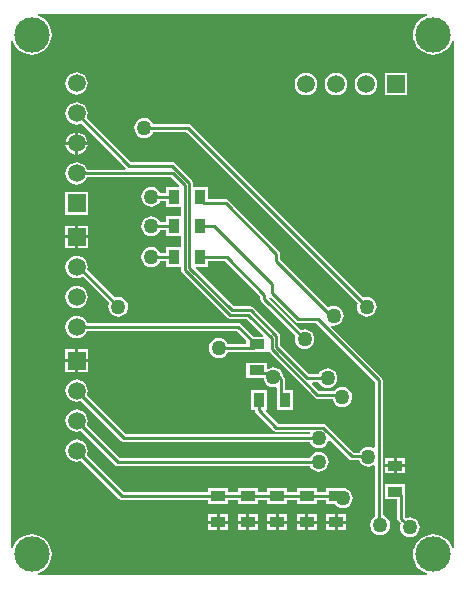
<source format=gbl>
G04*
G04 #@! TF.GenerationSoftware,Altium Limited,Altium Designer,22.7.1 (60)*
G04*
G04 Layer_Physical_Order=2*
G04 Layer_Color=16711680*
%FSAX44Y44*%
%MOMM*%
G71*
G04*
G04 #@! TF.SameCoordinates,EF1B45EE-5991-4E0F-B012-367B3C428A9F*
G04*
G04*
G04 #@! TF.FilePolarity,Positive*
G04*
G01*
G75*
%ADD12C,0.2540*%
%ADD43R,1.3000X0.9000*%
%ADD46C,1.5000*%
%ADD47R,1.5000X1.5000*%
%ADD48R,1.5000X1.5000*%
%ADD49C,1.2700*%
%ADD50C,3.0000*%
%ADD51R,0.9000X1.3000*%
G36*
X01154779Y01026181D02*
X01153463Y01025782D01*
X01150510Y01024203D01*
X01147921Y01022079D01*
X01145797Y01019490D01*
X01144218Y01016537D01*
X01143246Y01013333D01*
X01142918Y01010000D01*
X01143246Y01006667D01*
X01144218Y01003463D01*
X01145797Y01000510D01*
X01147921Y00997921D01*
X01150510Y00995797D01*
X01153463Y00994218D01*
X01156667Y00993246D01*
X01160000Y00992918D01*
X01163333Y00993246D01*
X01166537Y00994218D01*
X01169490Y00995797D01*
X01172079Y00997921D01*
X01174203Y01000510D01*
X01175782Y01003463D01*
X01176181Y01004779D01*
X01177451Y01004591D01*
Y00575409D01*
X01176181Y00575221D01*
X01175782Y00576537D01*
X01174203Y00579490D01*
X01172079Y00582079D01*
X01169490Y00584203D01*
X01166537Y00585782D01*
X01163333Y00586754D01*
X01160000Y00587082D01*
X01156667Y00586754D01*
X01153463Y00585782D01*
X01150510Y00584203D01*
X01147921Y00582079D01*
X01145797Y00579490D01*
X01144218Y00576537D01*
X01143246Y00573333D01*
X01142918Y00570000D01*
X01143246Y00566667D01*
X01144218Y00563463D01*
X01145797Y00560510D01*
X01147921Y00557921D01*
X01150510Y00555797D01*
X01153463Y00554218D01*
X01154779Y00553819D01*
X01154591Y00552549D01*
X00825409D01*
X00825221Y00553819D01*
X00826537Y00554218D01*
X00829490Y00555797D01*
X00832079Y00557921D01*
X00834203Y00560510D01*
X00835782Y00563463D01*
X00836754Y00566667D01*
X00837082Y00570000D01*
X00836754Y00573333D01*
X00835782Y00576537D01*
X00834203Y00579490D01*
X00832079Y00582079D01*
X00829490Y00584203D01*
X00826537Y00585782D01*
X00823333Y00586754D01*
X00820000Y00587082D01*
X00816667Y00586754D01*
X00813463Y00585782D01*
X00810510Y00584203D01*
X00807921Y00582079D01*
X00805797Y00579490D01*
X00804218Y00576537D01*
X00803819Y00575221D01*
X00802549Y00575409D01*
Y01004591D01*
X00803819Y01004779D01*
X00804218Y01003463D01*
X00805797Y01000510D01*
X00807921Y00997921D01*
X00810510Y00995797D01*
X00813463Y00994218D01*
X00816667Y00993246D01*
X00820000Y00992918D01*
X00823333Y00993246D01*
X00826537Y00994218D01*
X00829490Y00995797D01*
X00832079Y00997921D01*
X00834203Y01000510D01*
X00835782Y01003463D01*
X00836754Y01006667D01*
X00837082Y01010000D01*
X00836754Y01013333D01*
X00835782Y01016537D01*
X00834203Y01019490D01*
X00832079Y01022079D01*
X00829490Y01024203D01*
X00826537Y01025782D01*
X00825221Y01026181D01*
X00825409Y01027451D01*
X01154591D01*
X01154779Y01026181D01*
D02*
G37*
%LPC*%
G36*
X00857960Y00978282D02*
X00855480Y00977955D01*
X00853169Y00976998D01*
X00851185Y00975475D01*
X00849662Y00973491D01*
X00848705Y00971180D01*
X00848378Y00968700D01*
X00848705Y00966220D01*
X00849662Y00963909D01*
X00851185Y00961925D01*
X00853169Y00960402D01*
X00855480Y00959445D01*
X00857960Y00959118D01*
X00860440Y00959445D01*
X00862751Y00960402D01*
X00864735Y00961925D01*
X00866258Y00963909D01*
X00867215Y00966220D01*
X00867542Y00968700D01*
X00867215Y00971180D01*
X00866258Y00973491D01*
X00864735Y00975475D01*
X00862751Y00976998D01*
X00860440Y00977955D01*
X00857960Y00978282D01*
D02*
G37*
G36*
X01137860Y00977800D02*
X01118860D01*
Y00958800D01*
X01137860D01*
Y00977800D01*
D02*
G37*
G36*
X01102960Y00977882D02*
X01100480Y00977555D01*
X01098169Y00976598D01*
X01096184Y00975076D01*
X01094662Y00973091D01*
X01093705Y00970780D01*
X01093378Y00968300D01*
X01093705Y00965820D01*
X01094662Y00963509D01*
X01096184Y00961525D01*
X01098169Y00960002D01*
X01100480Y00959045D01*
X01102960Y00958718D01*
X01105440Y00959045D01*
X01107751Y00960002D01*
X01109735Y00961525D01*
X01111258Y00963509D01*
X01112215Y00965820D01*
X01112542Y00968300D01*
X01112215Y00970780D01*
X01111258Y00973091D01*
X01109735Y00975076D01*
X01107751Y00976598D01*
X01105440Y00977555D01*
X01102960Y00977882D01*
D02*
G37*
G36*
X01077560D02*
X01075080Y00977555D01*
X01072769Y00976598D01*
X01070785Y00975076D01*
X01069262Y00973091D01*
X01068305Y00970780D01*
X01067978Y00968300D01*
X01068305Y00965820D01*
X01069262Y00963509D01*
X01070785Y00961525D01*
X01072769Y00960002D01*
X01075080Y00959045D01*
X01077560Y00958718D01*
X01080040Y00959045D01*
X01082351Y00960002D01*
X01084335Y00961525D01*
X01085858Y00963509D01*
X01086815Y00965820D01*
X01087142Y00968300D01*
X01086815Y00970780D01*
X01085858Y00973091D01*
X01084335Y00975076D01*
X01082351Y00976598D01*
X01080040Y00977555D01*
X01077560Y00977882D01*
D02*
G37*
G36*
X01052160D02*
X01049680Y00977555D01*
X01047369Y00976598D01*
X01045385Y00975076D01*
X01043862Y00973091D01*
X01042905Y00970780D01*
X01042578Y00968300D01*
X01042905Y00965820D01*
X01043862Y00963509D01*
X01045385Y00961525D01*
X01047369Y00960002D01*
X01049680Y00959045D01*
X01052160Y00958718D01*
X01054640Y00959045D01*
X01056951Y00960002D01*
X01058935Y00961525D01*
X01060458Y00963509D01*
X01061415Y00965820D01*
X01061742Y00968300D01*
X01061415Y00970780D01*
X01060458Y00973091D01*
X01058935Y00975076D01*
X01056951Y00976598D01*
X01054640Y00977555D01*
X01052160Y00977882D01*
D02*
G37*
G36*
X00859230Y00927315D02*
Y00919170D01*
X00867375D01*
X00867215Y00920380D01*
X00866258Y00922691D01*
X00864735Y00924676D01*
X00862751Y00926198D01*
X00860440Y00927156D01*
X00859230Y00927315D01*
D02*
G37*
G36*
X00856690Y00927315D02*
X00855480Y00927156D01*
X00853169Y00926198D01*
X00851185Y00924676D01*
X00849662Y00922691D01*
X00848705Y00920380D01*
X00848545Y00919170D01*
X00856690D01*
Y00927315D01*
D02*
G37*
G36*
Y00916630D02*
X00848545D01*
X00848705Y00915420D01*
X00849662Y00913109D01*
X00851185Y00911125D01*
X00853169Y00909602D01*
X00855480Y00908645D01*
X00856690Y00908485D01*
Y00916630D01*
D02*
G37*
G36*
X00867375D02*
X00859230D01*
Y00908485D01*
X00860440Y00908645D01*
X00862751Y00909602D01*
X00864735Y00911125D01*
X00866258Y00913109D01*
X00867215Y00915420D01*
X00867375Y00916630D01*
D02*
G37*
G36*
X00857960Y00952882D02*
X00855480Y00952555D01*
X00853169Y00951598D01*
X00851185Y00950076D01*
X00849662Y00948091D01*
X00848705Y00945780D01*
X00848378Y00943300D01*
X00848705Y00940820D01*
X00849662Y00938509D01*
X00851185Y00936525D01*
X00853169Y00935002D01*
X00855480Y00934045D01*
X00857960Y00933718D01*
X00860440Y00934045D01*
X00861897Y00934648D01*
X00899441Y00897104D01*
X00898915Y00895834D01*
X00866862D01*
X00866258Y00897291D01*
X00864735Y00899276D01*
X00862751Y00900798D01*
X00860440Y00901756D01*
X00857960Y00902082D01*
X00855480Y00901756D01*
X00853169Y00900798D01*
X00851185Y00899276D01*
X00849662Y00897291D01*
X00848705Y00894980D01*
X00848378Y00892500D01*
X00848705Y00890020D01*
X00849662Y00887709D01*
X00851185Y00885725D01*
X00853169Y00884202D01*
X00855480Y00883245D01*
X00857960Y00882918D01*
X00860440Y00883245D01*
X00862751Y00884202D01*
X00864735Y00885725D01*
X00866258Y00887709D01*
X00866862Y00889166D01*
X00938199D01*
X00944982Y00882383D01*
X00944496Y00881210D01*
X00933870D01*
Y00876044D01*
X00929027D01*
X00928664Y00876921D01*
X00927325Y00878665D01*
X00925581Y00880004D01*
X00923550Y00880845D01*
X00921370Y00881132D01*
X00919190Y00880845D01*
X00917159Y00880004D01*
X00915415Y00878665D01*
X00914076Y00876921D01*
X00913235Y00874890D01*
X00912948Y00872710D01*
X00913235Y00870530D01*
X00914076Y00868499D01*
X00915415Y00866755D01*
X00917159Y00865416D01*
X00919190Y00864575D01*
X00921370Y00864288D01*
X00923550Y00864575D01*
X00925581Y00865416D01*
X00927325Y00866755D01*
X00928664Y00868499D01*
X00929027Y00869376D01*
X00933870D01*
Y00864210D01*
X00946246D01*
Y00856210D01*
X00933870D01*
Y00851044D01*
X00929027D01*
X00928664Y00851921D01*
X00927325Y00853665D01*
X00925581Y00855004D01*
X00923550Y00855845D01*
X00921370Y00856132D01*
X00919190Y00855845D01*
X00917159Y00855004D01*
X00915415Y00853665D01*
X00914076Y00851921D01*
X00913235Y00849890D01*
X00912948Y00847710D01*
X00913235Y00845530D01*
X00914076Y00843499D01*
X00915415Y00841755D01*
X00917159Y00840416D01*
X00919190Y00839575D01*
X00921370Y00839288D01*
X00923550Y00839575D01*
X00925581Y00840416D01*
X00927325Y00841755D01*
X00928664Y00843499D01*
X00929027Y00844376D01*
X00933870D01*
Y00839210D01*
X00946246D01*
Y00830210D01*
X00933870D01*
Y00825044D01*
X00929027D01*
X00928664Y00825921D01*
X00927325Y00827665D01*
X00925581Y00829004D01*
X00923550Y00829845D01*
X00921370Y00830132D01*
X00919190Y00829845D01*
X00917159Y00829004D01*
X00915415Y00827665D01*
X00914076Y00825921D01*
X00913235Y00823890D01*
X00912948Y00821710D01*
X00913235Y00819530D01*
X00914076Y00817499D01*
X00915415Y00815755D01*
X00917159Y00814416D01*
X00919190Y00813575D01*
X00921370Y00813288D01*
X00923550Y00813575D01*
X00925581Y00814416D01*
X00927325Y00815755D01*
X00928664Y00817499D01*
X00929027Y00818376D01*
X00933870D01*
Y00813210D01*
X00946246D01*
Y00811140D01*
X00946500Y00809864D01*
X00947223Y00808783D01*
X00985443Y00770562D01*
X00986524Y00769840D01*
X00987800Y00769586D01*
X01001779D01*
X01015982Y00755383D01*
X01015496Y00754210D01*
X01007945D01*
X00997297Y00764857D01*
X00996216Y00765580D01*
X00994940Y00765834D01*
X00866862D01*
X00866258Y00767291D01*
X00864735Y00769275D01*
X00862751Y00770798D01*
X00860440Y00771756D01*
X00857960Y00772082D01*
X00855480Y00771756D01*
X00853169Y00770798D01*
X00851185Y00769275D01*
X00849662Y00767291D01*
X00848705Y00764980D01*
X00848378Y00762500D01*
X00848705Y00760020D01*
X00849662Y00757709D01*
X00851185Y00755724D01*
X00853169Y00754202D01*
X00855480Y00753244D01*
X00857960Y00752918D01*
X00860440Y00753244D01*
X00862751Y00754202D01*
X00864735Y00755724D01*
X00866258Y00757709D01*
X00866862Y00759166D01*
X00993559D01*
X01001870Y00750855D01*
Y00748044D01*
X00986027D01*
X00985664Y00748921D01*
X00984325Y00750665D01*
X00982581Y00752004D01*
X00980550Y00752845D01*
X00978370Y00753132D01*
X00976190Y00752845D01*
X00974159Y00752004D01*
X00972415Y00750665D01*
X00971076Y00748921D01*
X00970235Y00746890D01*
X00969948Y00744710D01*
X00970235Y00742530D01*
X00971076Y00740499D01*
X00972415Y00738755D01*
X00974159Y00737416D01*
X00976190Y00736575D01*
X00978370Y00736288D01*
X00980550Y00736575D01*
X00982581Y00737416D01*
X00984325Y00738755D01*
X00985664Y00740499D01*
X00986027Y00741376D01*
X01001870D01*
Y00741210D01*
X01018870D01*
Y00742121D01*
X01020045Y00742581D01*
X01020140Y00742564D01*
X01020823Y00741542D01*
X01059478Y00702887D01*
X01060560Y00702164D01*
X01061836Y00701910D01*
X01074721D01*
X01074825Y00701120D01*
X01075666Y00699089D01*
X01077005Y00697345D01*
X01078749Y00696006D01*
X01080780Y00695165D01*
X01082960Y00694878D01*
X01085140Y00695165D01*
X01087171Y00696006D01*
X01088915Y00697345D01*
X01090254Y00699089D01*
X01091095Y00701120D01*
X01091382Y00703300D01*
X01091095Y00705480D01*
X01090254Y00707511D01*
X01088915Y00709255D01*
X01087171Y00710594D01*
X01085140Y00711435D01*
X01082960Y00711722D01*
X01080780Y00711435D01*
X01078749Y00710594D01*
X01077005Y00709255D01*
X01076485Y00708578D01*
X01063217D01*
X01057332Y00714463D01*
X01057819Y00715636D01*
X01062803D01*
X01063166Y00714759D01*
X01064505Y00713015D01*
X01066249Y00711676D01*
X01068280Y00710835D01*
X01070460Y00710548D01*
X01072640Y00710835D01*
X01074671Y00711676D01*
X01076415Y00713015D01*
X01077754Y00714759D01*
X01078595Y00716790D01*
X01078882Y00718970D01*
X01078595Y00721150D01*
X01077754Y00723181D01*
X01076415Y00724925D01*
X01074671Y00726264D01*
X01072640Y00727105D01*
X01070460Y00727392D01*
X01068280Y00727105D01*
X01066249Y00726264D01*
X01064505Y00724925D01*
X01063166Y00723181D01*
X01062803Y00722304D01*
X01054851D01*
X01030304Y00746851D01*
Y00755110D01*
X01030050Y00756386D01*
X01029328Y00757467D01*
X01007728Y00779068D01*
X01006646Y00779790D01*
X01005370Y00780044D01*
X00990751D01*
X00958758Y00812037D01*
X00959244Y00813210D01*
X00968870D01*
Y00818376D01*
X00983651D01*
X01013710Y00788317D01*
Y00785956D01*
X01013964Y00784680D01*
X01014687Y00783598D01*
X01043228Y00755057D01*
X01042865Y00754180D01*
X01042578Y00752000D01*
X01042865Y00749820D01*
X01043706Y00747789D01*
X01045045Y00746045D01*
X01046789Y00744706D01*
X01048820Y00743865D01*
X01051000Y00743578D01*
X01053180Y00743865D01*
X01055211Y00744706D01*
X01056955Y00746045D01*
X01058294Y00747789D01*
X01059135Y00749820D01*
X01059422Y00752000D01*
X01059135Y00754180D01*
X01058294Y00756211D01*
X01056955Y00757955D01*
X01055211Y00759294D01*
X01053180Y00760135D01*
X01051000Y00760422D01*
X01048820Y00760135D01*
X01047943Y00759772D01*
X01020923Y00786792D01*
X01021013Y00787306D01*
X01022378Y00787737D01*
X01043144Y00766971D01*
X01044226Y00766248D01*
X01045502Y00765994D01*
X01060631D01*
X01110436Y00716189D01*
Y00660493D01*
X01109297Y00659931D01*
X01109111Y00660074D01*
X01107080Y00660915D01*
X01104900Y00661202D01*
X01102720Y00660915D01*
X01100689Y00660074D01*
X01098945Y00658735D01*
X01097606Y00656991D01*
X01097282Y00656208D01*
X01092311D01*
X01068992Y00679528D01*
X01067910Y00680250D01*
X01066634Y00680504D01*
X01028551D01*
X01018018Y00691037D01*
X01018504Y00692210D01*
X01018870D01*
Y00709210D01*
X01005870D01*
Y00692210D01*
X01009118D01*
Y00691888D01*
X01009372Y00690612D01*
X01010095Y00689530D01*
X01024812Y00674812D01*
X01025894Y00674090D01*
X01027170Y00673836D01*
X01055247D01*
X01055809Y00672697D01*
X01055666Y00672511D01*
X01055303Y00671634D01*
X00899741D01*
X00866612Y00704763D01*
X00867215Y00706220D01*
X00867542Y00708700D01*
X00867215Y00711180D01*
X00866258Y00713491D01*
X00864735Y00715475D01*
X00862751Y00716998D01*
X00860440Y00717955D01*
X00857960Y00718282D01*
X00855480Y00717955D01*
X00853169Y00716998D01*
X00851185Y00715475D01*
X00849662Y00713491D01*
X00848705Y00711180D01*
X00848378Y00708700D01*
X00848705Y00706220D01*
X00849662Y00703909D01*
X00851185Y00701925D01*
X00853169Y00700402D01*
X00855480Y00699445D01*
X00857960Y00699118D01*
X00860440Y00699445D01*
X00861897Y00700048D01*
X00896003Y00665943D01*
X00897084Y00665220D01*
X00898360Y00664966D01*
X01055303D01*
X01055666Y00664089D01*
X01057005Y00662345D01*
X01058749Y00661006D01*
X01060780Y00660165D01*
X01062960Y00659878D01*
X01065140Y00660165D01*
X01067171Y00661006D01*
X01068915Y00662345D01*
X01070254Y00664089D01*
X01071095Y00666120D01*
X01071126Y00666352D01*
X01072328Y00666761D01*
X01088572Y00650517D01*
X01089654Y00649794D01*
X01090930Y00649540D01*
X01097204D01*
X01097606Y00648569D01*
X01098945Y00646825D01*
X01100689Y00645486D01*
X01102720Y00644645D01*
X01104900Y00644358D01*
X01107080Y00644645D01*
X01109111Y00645486D01*
X01109297Y00645629D01*
X01110436Y00645067D01*
Y00601893D01*
X01109045Y00600825D01*
X01107706Y00599081D01*
X01106865Y00597050D01*
X01106578Y00594870D01*
X01106865Y00592690D01*
X01107706Y00590659D01*
X01109045Y00588915D01*
X01110789Y00587576D01*
X01112820Y00586735D01*
X01115000Y00586448D01*
X01117180Y00586735D01*
X01119211Y00587576D01*
X01120955Y00588915D01*
X01122294Y00590659D01*
X01123135Y00592690D01*
X01123422Y00594870D01*
X01123135Y00597050D01*
X01122294Y00599081D01*
X01120955Y00600825D01*
X01119211Y00602164D01*
X01117180Y00603005D01*
X01117104Y00603015D01*
Y00717570D01*
X01116850Y00718846D01*
X01116127Y00719928D01*
X01073214Y00762841D01*
X01073874Y00763977D01*
X01075690Y00763738D01*
X01077870Y00764025D01*
X01079901Y00764866D01*
X01081645Y00766205D01*
X01082984Y00767949D01*
X01083825Y00769980D01*
X01084112Y00772160D01*
X01083825Y00774340D01*
X01082984Y00776371D01*
X01081645Y00778115D01*
X01079901Y00779454D01*
X01077870Y00780295D01*
X01075690Y00780582D01*
X01073510Y00780295D01*
X01071479Y00779454D01*
X01070965Y00779060D01*
X01030392Y00819633D01*
Y00824602D01*
X01030138Y00825878D01*
X01029416Y00826960D01*
X00986537Y00869837D01*
X00985456Y00870560D01*
X00984180Y00870814D01*
X00968870D01*
Y00881210D01*
X00956704D01*
Y00884070D01*
X00956450Y00885346D01*
X00955727Y00886427D01*
X00940928Y00901227D01*
X00939846Y00901950D01*
X00938570Y00902204D01*
X00903771D01*
X00866612Y00939363D01*
X00867215Y00940820D01*
X00867542Y00943300D01*
X00867215Y00945780D01*
X00866258Y00948091D01*
X00864735Y00950076D01*
X00862751Y00951598D01*
X00860440Y00952555D01*
X00857960Y00952882D01*
D02*
G37*
G36*
X00867460Y00876600D02*
X00848460D01*
Y00857600D01*
X00867460D01*
Y00876600D01*
D02*
G37*
G36*
Y00848200D02*
X00859230D01*
Y00839970D01*
X00867460D01*
Y00848200D01*
D02*
G37*
G36*
X00856690D02*
X00848460D01*
Y00839970D01*
X00856690D01*
Y00848200D01*
D02*
G37*
G36*
X00867460Y00837430D02*
X00859230D01*
Y00829200D01*
X00867460D01*
Y00837430D01*
D02*
G37*
G36*
X00856690D02*
X00848460D01*
Y00829200D01*
X00856690D01*
Y00837430D01*
D02*
G37*
G36*
X00857960Y00797482D02*
X00855480Y00797156D01*
X00853169Y00796198D01*
X00851185Y00794675D01*
X00849662Y00792691D01*
X00848705Y00790380D01*
X00848378Y00787900D01*
X00848705Y00785420D01*
X00849662Y00783109D01*
X00851185Y00781124D01*
X00853169Y00779602D01*
X00855480Y00778644D01*
X00857960Y00778318D01*
X00860440Y00778644D01*
X00862751Y00779602D01*
X00864735Y00781124D01*
X00866258Y00783109D01*
X00867215Y00785420D01*
X00867542Y00787900D01*
X00867215Y00790380D01*
X00866258Y00792691D01*
X00864735Y00794675D01*
X00862751Y00796198D01*
X00860440Y00797156D01*
X00857960Y00797482D01*
D02*
G37*
G36*
X00915210Y00939472D02*
X00913030Y00939185D01*
X00910999Y00938344D01*
X00909255Y00937005D01*
X00907916Y00935261D01*
X00907075Y00933230D01*
X00906788Y00931050D01*
X00907075Y00928870D01*
X00907916Y00926839D01*
X00909255Y00925095D01*
X00910999Y00923756D01*
X00913030Y00922915D01*
X00915210Y00922628D01*
X00917390Y00922915D01*
X00919421Y00923756D01*
X00921165Y00925095D01*
X00922504Y00926839D01*
X00922867Y00927716D01*
X00950979D01*
X01095858Y00782837D01*
X01095495Y00781960D01*
X01095208Y00779780D01*
X01095495Y00777600D01*
X01096336Y00775569D01*
X01097675Y00773825D01*
X01099419Y00772486D01*
X01101450Y00771645D01*
X01103630Y00771358D01*
X01105810Y00771645D01*
X01107841Y00772486D01*
X01109585Y00773825D01*
X01110924Y00775569D01*
X01111765Y00777600D01*
X01112052Y00779780D01*
X01111765Y00781960D01*
X01110924Y00783991D01*
X01109585Y00785735D01*
X01107841Y00787074D01*
X01105810Y00787915D01*
X01103630Y00788202D01*
X01101450Y00787915D01*
X01100573Y00787552D01*
X00954717Y00933408D01*
X00953636Y00934130D01*
X00952360Y00934384D01*
X00922867D01*
X00922504Y00935261D01*
X00921165Y00937005D01*
X00919421Y00938344D01*
X00917390Y00939185D01*
X00915210Y00939472D01*
D02*
G37*
G36*
X00857960Y00822882D02*
X00855480Y00822555D01*
X00853169Y00821598D01*
X00851185Y00820075D01*
X00849662Y00818091D01*
X00848705Y00815780D01*
X00848378Y00813300D01*
X00848705Y00810820D01*
X00849662Y00808509D01*
X00851185Y00806525D01*
X00853169Y00805002D01*
X00855480Y00804044D01*
X00857960Y00803718D01*
X00860440Y00804044D01*
X00862751Y00805002D01*
X00863097Y00805268D01*
X00885598Y00782767D01*
X00885235Y00781890D01*
X00884948Y00779710D01*
X00885235Y00777530D01*
X00886076Y00775499D01*
X00887415Y00773755D01*
X00889159Y00772416D01*
X00891190Y00771575D01*
X00893370Y00771288D01*
X00895550Y00771575D01*
X00897581Y00772416D01*
X00899325Y00773755D01*
X00900664Y00775499D01*
X00901505Y00777530D01*
X00901792Y00779710D01*
X00901505Y00781890D01*
X00900664Y00783921D01*
X00899325Y00785665D01*
X00897581Y00787004D01*
X00895550Y00787845D01*
X00893370Y00788132D01*
X00891190Y00787845D01*
X00890313Y00787482D01*
X00867145Y00810650D01*
X00867215Y00810820D01*
X00867542Y00813300D01*
X00867215Y00815780D01*
X00866258Y00818091D01*
X00864735Y00820075D01*
X00862751Y00821598D01*
X00860440Y00822555D01*
X00857960Y00822882D01*
D02*
G37*
G36*
X00867460Y00743600D02*
X00859230D01*
Y00735370D01*
X00867460D01*
Y00743600D01*
D02*
G37*
G36*
X00856690D02*
X00848460D01*
Y00735370D01*
X00856690D01*
Y00743600D01*
D02*
G37*
G36*
X00867460Y00732830D02*
X00859230D01*
Y00724600D01*
X00867460D01*
Y00732830D01*
D02*
G37*
G36*
X00856690D02*
X00848460D01*
Y00724600D01*
X00856690D01*
Y00732830D01*
D02*
G37*
G36*
X01018870Y00732210D02*
X01001870D01*
Y00719210D01*
X01016272D01*
X01016463Y00717758D01*
X01017304Y00715727D01*
X01018643Y00713983D01*
X01020387Y00712644D01*
X01022418Y00711803D01*
X01024598Y00711516D01*
X01026536Y00711771D01*
X01027806Y00711107D01*
Y00703940D01*
X01027870Y00703618D01*
Y00692210D01*
X01040870D01*
Y00709210D01*
X01034474D01*
Y00718191D01*
X01034220Y00719467D01*
X01033497Y00720548D01*
X01032855Y00721191D01*
X01032733Y00722118D01*
X01031892Y00724149D01*
X01031520Y00724633D01*
X01031450Y00724986D01*
X01030727Y00726068D01*
X01029646Y00726790D01*
X01029293Y00726861D01*
X01028809Y00727232D01*
X01026778Y00728073D01*
X01024598Y00728360D01*
X01022418Y00728073D01*
X01020387Y00727232D01*
X01020142Y00727044D01*
X01018870D01*
Y00732210D01*
D02*
G37*
G36*
X01136260Y00651660D02*
X01129030D01*
Y00646430D01*
X01136260D01*
Y00651660D01*
D02*
G37*
G36*
X01126490D02*
X01119260D01*
Y00646430D01*
X01126490D01*
Y00651660D01*
D02*
G37*
G36*
X00857960Y00692882D02*
X00855480Y00692555D01*
X00853169Y00691598D01*
X00851185Y00690076D01*
X00849662Y00688091D01*
X00848705Y00685780D01*
X00848378Y00683300D01*
X00848705Y00680820D01*
X00849662Y00678509D01*
X00851185Y00676525D01*
X00853169Y00675002D01*
X00855480Y00674044D01*
X00857960Y00673718D01*
X00860440Y00674044D01*
X00861897Y00674648D01*
X00890602Y00645943D01*
X00891684Y00645220D01*
X00892960Y00644966D01*
X01055303D01*
X01055666Y00644089D01*
X01057005Y00642345D01*
X01058749Y00641006D01*
X01060780Y00640165D01*
X01062960Y00639878D01*
X01065140Y00640165D01*
X01067171Y00641006D01*
X01068915Y00642345D01*
X01070254Y00644089D01*
X01071095Y00646120D01*
X01071382Y00648300D01*
X01071095Y00650480D01*
X01070254Y00652511D01*
X01068915Y00654255D01*
X01067171Y00655594D01*
X01065140Y00656435D01*
X01062960Y00656722D01*
X01060780Y00656435D01*
X01058749Y00655594D01*
X01057005Y00654255D01*
X01055666Y00652511D01*
X01055303Y00651634D01*
X00894341D01*
X00866612Y00679363D01*
X00867215Y00680820D01*
X00867542Y00683300D01*
X00867215Y00685780D01*
X00866258Y00688091D01*
X00864735Y00690076D01*
X00862751Y00691598D01*
X00860440Y00692555D01*
X00857960Y00692882D01*
D02*
G37*
G36*
X01136260Y00643890D02*
X01129030D01*
Y00638660D01*
X01136260D01*
Y00643890D01*
D02*
G37*
G36*
X01126490D02*
X01119260D01*
Y00638660D01*
X01126490D01*
Y00643890D01*
D02*
G37*
G36*
X00857960Y00667482D02*
X00855480Y00667156D01*
X00853169Y00666198D01*
X00851185Y00664676D01*
X00849662Y00662691D01*
X00848705Y00660380D01*
X00848378Y00657900D01*
X00848705Y00655420D01*
X00849662Y00653109D01*
X00851185Y00651125D01*
X00853169Y00649602D01*
X00855480Y00648644D01*
X00857960Y00648318D01*
X00860440Y00648644D01*
X00861897Y00649248D01*
X00894202Y00616942D01*
X00895284Y00616220D01*
X00896560Y00615966D01*
X00969460D01*
Y00612800D01*
X00986460D01*
Y00615966D01*
X00994460D01*
Y00612800D01*
X01011460D01*
Y00615966D01*
X01019460D01*
Y00612800D01*
X01036460D01*
Y00615966D01*
X01044460D01*
Y00612800D01*
X01061460D01*
Y00615966D01*
X01069460D01*
Y00612800D01*
X01076485D01*
X01077395Y00611615D01*
X01079139Y00610276D01*
X01081170Y00609435D01*
X01083350Y00609148D01*
X01085530Y00609435D01*
X01087561Y00610276D01*
X01089305Y00611615D01*
X01090644Y00613359D01*
X01091485Y00615390D01*
X01091772Y00617570D01*
X01091485Y00619750D01*
X01090644Y00621781D01*
X01089305Y00623525D01*
X01087561Y00624864D01*
X01086460Y00625320D01*
Y00625800D01*
X01084809D01*
X01083350Y00625992D01*
X01081891Y00625800D01*
X01069460D01*
Y00622634D01*
X01061460D01*
Y00625800D01*
X01044460D01*
Y00622634D01*
X01036460D01*
Y00625800D01*
X01019460D01*
Y00622634D01*
X01011460D01*
Y00625800D01*
X00994460D01*
Y00622634D01*
X00986460D01*
Y00625800D01*
X00969460D01*
Y00622634D01*
X00897941D01*
X00866612Y00653963D01*
X00867215Y00655420D01*
X00867542Y00657900D01*
X00867215Y00660380D01*
X00866258Y00662691D01*
X00864735Y00664676D01*
X00862751Y00666198D01*
X00860440Y00667156D01*
X00857960Y00667482D01*
D02*
G37*
G36*
X01086460Y00603800D02*
X01079230D01*
Y00598570D01*
X01086460D01*
Y00603800D01*
D02*
G37*
G36*
X01036460D02*
X01029230D01*
Y00598570D01*
X01036460D01*
Y00603800D01*
D02*
G37*
G36*
X00986460D02*
X00979230D01*
Y00598570D01*
X00986460D01*
Y00603800D01*
D02*
G37*
G36*
X01076690D02*
X01069460D01*
Y00598570D01*
X01076690D01*
Y00603800D01*
D02*
G37*
G36*
X01026690D02*
X01019460D01*
Y00598570D01*
X01026690D01*
Y00603800D01*
D02*
G37*
G36*
X00976690D02*
X00969460D01*
Y00598570D01*
X00976690D01*
Y00603800D01*
D02*
G37*
G36*
X01061460D02*
X01054230D01*
Y00598570D01*
X01061460D01*
Y00603800D01*
D02*
G37*
G36*
X01011460D02*
X01004230D01*
Y00598570D01*
X01011460D01*
Y00603800D01*
D02*
G37*
G36*
X01051690D02*
X01044460D01*
Y00598570D01*
X01051690D01*
Y00603800D01*
D02*
G37*
G36*
X01001690D02*
X00994460D01*
Y00598570D01*
X01001690D01*
Y00603800D01*
D02*
G37*
G36*
X01086460Y00596030D02*
X01079230D01*
Y00590800D01*
X01086460D01*
Y00596030D01*
D02*
G37*
G36*
X01076690D02*
X01069460D01*
Y00590800D01*
X01076690D01*
Y00596030D01*
D02*
G37*
G36*
X01061460Y00596030D02*
X01054230D01*
Y00590800D01*
X01061460D01*
Y00596030D01*
D02*
G37*
G36*
X01051690D02*
X01044460D01*
Y00590800D01*
X01051690D01*
Y00596030D01*
D02*
G37*
G36*
X01036460Y00596030D02*
X01029230D01*
Y00590800D01*
X01036460D01*
Y00596030D01*
D02*
G37*
G36*
X01026690D02*
X01019460D01*
Y00590800D01*
X01026690D01*
Y00596030D01*
D02*
G37*
G36*
X01011460Y00596030D02*
X01004230D01*
Y00590800D01*
X01011460D01*
Y00596030D01*
D02*
G37*
G36*
X01001690D02*
X00994460D01*
Y00590800D01*
X01001690D01*
Y00596030D01*
D02*
G37*
G36*
X00986460Y00596030D02*
X00979230D01*
Y00590800D01*
X00986460D01*
Y00596030D01*
D02*
G37*
G36*
X00976690D02*
X00969460D01*
Y00590800D01*
X00976690D01*
Y00596030D01*
D02*
G37*
G36*
X01136260Y00629660D02*
X01119260D01*
Y00616660D01*
X01129656D01*
Y00600358D01*
X01129910Y00599082D01*
X01130632Y00598001D01*
X01132330Y00596303D01*
X01131865Y00595180D01*
X01131578Y00593000D01*
X01131865Y00590820D01*
X01132706Y00588789D01*
X01134045Y00587045D01*
X01135789Y00585706D01*
X01137820Y00584865D01*
X01140000Y00584578D01*
X01142180Y00584865D01*
X01144211Y00585706D01*
X01145955Y00587045D01*
X01147294Y00588789D01*
X01148135Y00590820D01*
X01148422Y00593000D01*
X01148135Y00595180D01*
X01147294Y00597211D01*
X01145955Y00598955D01*
X01144211Y00600294D01*
X01142180Y00601135D01*
X01140000Y00601422D01*
X01137820Y00601135D01*
X01137190Y00600874D01*
X01136324Y00601739D01*
Y00619930D01*
X01136260Y00620252D01*
Y00629660D01*
D02*
G37*
%LPD*%
D12*
X01017044Y00785956D02*
Y00789698D01*
Y00785956D02*
X01051000Y00752000D01*
X00985032Y00821710D02*
X01017044Y00789698D01*
X00962370Y00821710D02*
X00985032D01*
X01045502Y00769328D02*
X01062012D01*
X01023608Y00791222D02*
X01045502Y00769328D01*
X01023608Y00791222D02*
Y00798842D01*
X01113770Y00596100D02*
Y00717570D01*
Y00596100D02*
X01115000Y00594870D01*
X01062012Y00769328D02*
X01113770Y00717570D01*
X01132990Y00600358D02*
Y00619930D01*
X01129760Y00623160D02*
X01132990Y00619930D01*
Y00600358D02*
X01140000Y00593348D01*
Y00593000D02*
Y00593348D01*
X01127760Y00623160D02*
X01129760D01*
X01104806Y00652874D02*
X01104900Y00652780D01*
X01090930Y00652874D02*
X01104806D01*
X01066634Y00677170D02*
X01090930Y00652874D01*
X01027170Y00677170D02*
X01066634D01*
X01052960Y00619300D02*
X01081620D01*
X01083350Y00617570D01*
X01081016Y00705244D02*
X01082960Y00703300D01*
X01053470Y00718970D02*
X01070460D01*
X01061836Y00705244D02*
X01081016D01*
X01073150Y00772160D02*
X01075690D01*
X01027058Y00818252D02*
Y00824602D01*
Y00818252D02*
X01073150Y00772160D01*
X01026970Y00745470D02*
X01053470Y00718970D01*
X00984180Y00867480D02*
X01027058Y00824602D01*
X00974740Y00847710D02*
X01023608Y00798842D01*
X00962370Y00847710D02*
X00974740D01*
X00965600Y00867480D02*
X00984180D01*
X00962370Y00870710D02*
X00965600Y00867480D01*
X00915210Y00931050D02*
X00952360D01*
X01103630Y00779780D01*
X00989370Y00776710D02*
X01005370D01*
X00994940Y00762500D02*
X01007160Y00750280D01*
X01003160Y00772920D02*
X01023180Y00752900D01*
X00949580Y00811140D02*
X00987800Y00772920D01*
X00857960Y00762500D02*
X00994940D01*
X01023180Y00743900D02*
Y00752900D01*
X01026970Y00745470D02*
Y00755110D01*
X01007160Y00749300D02*
Y00750280D01*
X00987800Y00772920D02*
X01003160D01*
X01005370Y00776710D02*
X01026970Y00755110D01*
X00953370Y00812710D02*
X00989370Y00776710D01*
X01023180Y00743900D02*
X01061836Y00705244D01*
X00962370Y00870710D02*
Y00872710D01*
X01012452Y00691888D02*
Y00700628D01*
Y00691888D02*
X01027170Y00677170D01*
X01012370Y00700710D02*
X01012452Y00700628D01*
X00896560Y00619300D02*
X00977960D01*
X00857960Y00657900D02*
X00896560Y00619300D01*
X01027960D02*
X01052960D01*
X01002960D02*
X01027960D01*
X00977960D02*
X01002960D01*
X00857960Y00683300D02*
X00892960Y00648300D01*
X01062960D01*
X01007370Y00744710D02*
X01010370Y00747710D01*
X00978370Y00744710D02*
X01007370D01*
X01031140Y00703940D02*
X01034370Y00700710D01*
X01028370Y00720961D02*
Y00723710D01*
Y00720961D02*
X01031140Y00718191D01*
Y00703940D02*
Y00718191D01*
X00857960Y00708700D02*
X00898360Y00668300D01*
X01062960D01*
X00857960Y00943300D02*
X00902390Y00898870D01*
X00857960Y00892500D02*
X00939580D01*
X00902390Y00898870D02*
X00938570D01*
X01010370Y00725710D02*
X01012370Y00723710D01*
X01024598D02*
X01028370D01*
X01012370D02*
X01024598D01*
Y00719938D02*
Y00723710D01*
X00949580Y00811140D02*
Y00882500D01*
X00939580Y00892500D02*
X00949580Y00882500D01*
X00938570Y00898870D02*
X00953370Y00884070D01*
Y00812710D02*
Y00884070D01*
X00857960Y00813300D02*
X00859780D01*
X00893370Y00779710D01*
X00921370Y00821710D02*
X00940370D01*
X00921370Y00847710D02*
X00940370D01*
X00921370Y00872710D02*
X00940370D01*
D43*
X01010370Y00725710D02*
D03*
Y00747710D02*
D03*
X00977960Y00597300D02*
D03*
Y00619300D02*
D03*
X01002960Y00597300D02*
D03*
Y00619300D02*
D03*
X01027960Y00597300D02*
D03*
Y00619300D02*
D03*
X01052960Y00597300D02*
D03*
Y00619300D02*
D03*
X01127760Y00645160D02*
D03*
Y00623160D02*
D03*
X01077960Y00597300D02*
D03*
Y00619300D02*
D03*
D46*
X01052160Y00968300D02*
D03*
X01077560D02*
D03*
X01102960D02*
D03*
X00857960Y00762500D02*
D03*
Y00787900D02*
D03*
Y00813300D02*
D03*
Y00657900D02*
D03*
Y00683300D02*
D03*
Y00708700D02*
D03*
Y00968700D02*
D03*
Y00943300D02*
D03*
Y00917900D02*
D03*
Y00892500D02*
D03*
D47*
X01128360Y00968300D02*
D03*
D48*
X00857960Y00838700D02*
D03*
Y00734100D02*
D03*
Y00867100D02*
D03*
D49*
X01051000Y00752000D02*
D03*
X01063000Y00734000D02*
D03*
X01115000Y00594870D02*
D03*
X00962000Y00598000D02*
D03*
X01046000Y00865000D02*
D03*
X01095000Y00602000D02*
D03*
X01140000Y00593000D02*
D03*
X01104900Y00652780D02*
D03*
X01083350Y00617570D02*
D03*
X01082960Y00703300D02*
D03*
X01070460Y00718970D02*
D03*
X01075690Y00772160D02*
D03*
X01103630Y00779780D02*
D03*
X00870460Y00623300D02*
D03*
X00915210Y00931050D02*
D03*
X01062960Y00648300D02*
D03*
Y00668300D02*
D03*
X00978370Y00744710D02*
D03*
X01024598Y00719938D02*
D03*
X00893370Y00779710D02*
D03*
X00921370Y00821710D02*
D03*
Y00847710D02*
D03*
Y00872710D02*
D03*
D50*
X01160000Y01010000D02*
D03*
Y00570000D02*
D03*
X00820000D02*
D03*
Y01010000D02*
D03*
D51*
X00962370Y00821710D02*
D03*
X00940370D02*
D03*
X00962370Y00847710D02*
D03*
X00940370D02*
D03*
X01012370Y00700710D02*
D03*
X01034370D02*
D03*
X00962370Y00872710D02*
D03*
X00940370D02*
D03*
M02*

</source>
